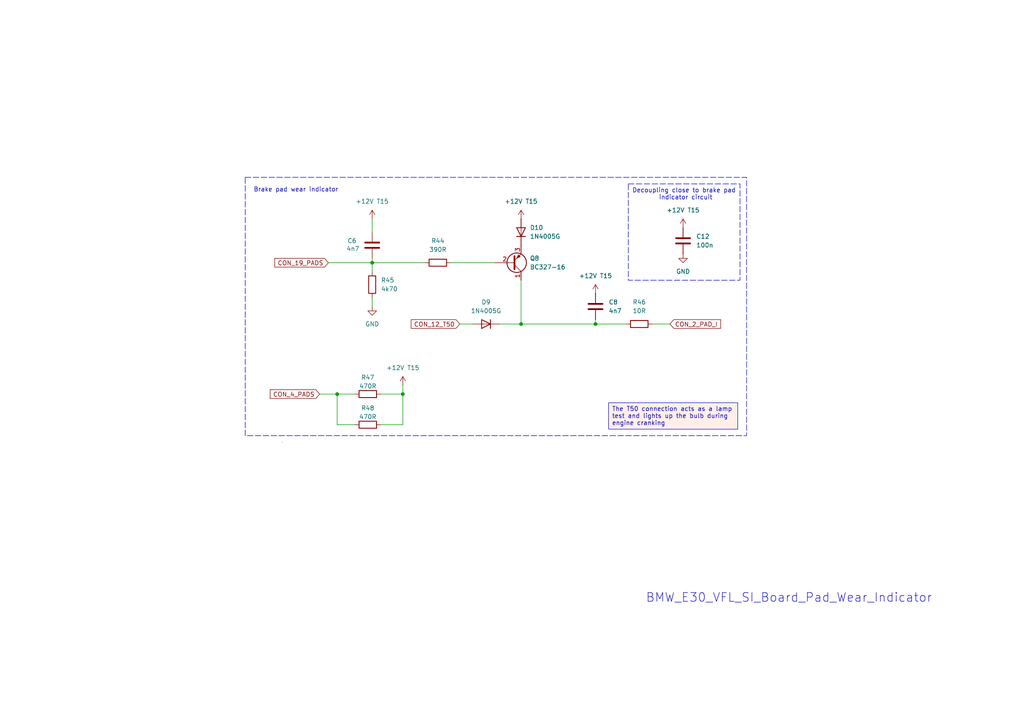
<source format=kicad_sch>
(kicad_sch
	(version 20231120)
	(generator "eeschema")
	(generator_version "8.0")
	(uuid "0aca1cae-b25b-41c5-8f81-283bd5f53ebf")
	(paper "A4")
	(title_block
		(title "BMW E30 Pre-Facelift SI Board")
		(date "2024-06-15")
		(rev "2")
	)
	(lib_symbols
		(symbol "Device:C"
			(pin_numbers hide)
			(pin_names
				(offset 0.254)
			)
			(exclude_from_sim no)
			(in_bom yes)
			(on_board yes)
			(property "Reference" "C"
				(at 0.635 2.54 0)
				(effects
					(font
						(size 1.27 1.27)
					)
					(justify left)
				)
			)
			(property "Value" "C"
				(at 0.635 -2.54 0)
				(effects
					(font
						(size 1.27 1.27)
					)
					(justify left)
				)
			)
			(property "Footprint" ""
				(at 0.9652 -3.81 0)
				(effects
					(font
						(size 1.27 1.27)
					)
					(hide yes)
				)
			)
			(property "Datasheet" "~"
				(at 0 0 0)
				(effects
					(font
						(size 1.27 1.27)
					)
					(hide yes)
				)
			)
			(property "Description" "Unpolarized capacitor"
				(at 0 0 0)
				(effects
					(font
						(size 1.27 1.27)
					)
					(hide yes)
				)
			)
			(property "ki_keywords" "cap capacitor"
				(at 0 0 0)
				(effects
					(font
						(size 1.27 1.27)
					)
					(hide yes)
				)
			)
			(property "ki_fp_filters" "C_*"
				(at 0 0 0)
				(effects
					(font
						(size 1.27 1.27)
					)
					(hide yes)
				)
			)
			(symbol "C_0_1"
				(polyline
					(pts
						(xy -2.032 -0.762) (xy 2.032 -0.762)
					)
					(stroke
						(width 0.508)
						(type default)
					)
					(fill
						(type none)
					)
				)
				(polyline
					(pts
						(xy -2.032 0.762) (xy 2.032 0.762)
					)
					(stroke
						(width 0.508)
						(type default)
					)
					(fill
						(type none)
					)
				)
			)
			(symbol "C_1_1"
				(pin passive line
					(at 0 3.81 270)
					(length 2.794)
					(name "~"
						(effects
							(font
								(size 1.27 1.27)
							)
						)
					)
					(number "1"
						(effects
							(font
								(size 1.27 1.27)
							)
						)
					)
				)
				(pin passive line
					(at 0 -3.81 90)
					(length 2.794)
					(name "~"
						(effects
							(font
								(size 1.27 1.27)
							)
						)
					)
					(number "2"
						(effects
							(font
								(size 1.27 1.27)
							)
						)
					)
				)
			)
		)
		(symbol "Device:R"
			(pin_numbers hide)
			(pin_names
				(offset 0)
			)
			(exclude_from_sim no)
			(in_bom yes)
			(on_board yes)
			(property "Reference" "R"
				(at 2.032 0 90)
				(effects
					(font
						(size 1.27 1.27)
					)
				)
			)
			(property "Value" "R"
				(at 0 0 90)
				(effects
					(font
						(size 1.27 1.27)
					)
				)
			)
			(property "Footprint" ""
				(at -1.778 0 90)
				(effects
					(font
						(size 1.27 1.27)
					)
					(hide yes)
				)
			)
			(property "Datasheet" "~"
				(at 0 0 0)
				(effects
					(font
						(size 1.27 1.27)
					)
					(hide yes)
				)
			)
			(property "Description" "Resistor"
				(at 0 0 0)
				(effects
					(font
						(size 1.27 1.27)
					)
					(hide yes)
				)
			)
			(property "ki_keywords" "R res resistor"
				(at 0 0 0)
				(effects
					(font
						(size 1.27 1.27)
					)
					(hide yes)
				)
			)
			(property "ki_fp_filters" "R_*"
				(at 0 0 0)
				(effects
					(font
						(size 1.27 1.27)
					)
					(hide yes)
				)
			)
			(symbol "R_0_1"
				(rectangle
					(start -1.016 -2.54)
					(end 1.016 2.54)
					(stroke
						(width 0.254)
						(type default)
					)
					(fill
						(type none)
					)
				)
			)
			(symbol "R_1_1"
				(pin passive line
					(at 0 3.81 270)
					(length 1.27)
					(name "~"
						(effects
							(font
								(size 1.27 1.27)
							)
						)
					)
					(number "1"
						(effects
							(font
								(size 1.27 1.27)
							)
						)
					)
				)
				(pin passive line
					(at 0 -3.81 90)
					(length 1.27)
					(name "~"
						(effects
							(font
								(size 1.27 1.27)
							)
						)
					)
					(number "2"
						(effects
							(font
								(size 1.27 1.27)
							)
						)
					)
				)
			)
		)
		(symbol "Diode:1N4005"
			(pin_numbers hide)
			(pin_names hide)
			(exclude_from_sim no)
			(in_bom yes)
			(on_board yes)
			(property "Reference" "D"
				(at 0 2.54 0)
				(effects
					(font
						(size 1.27 1.27)
					)
				)
			)
			(property "Value" "1N4005"
				(at 0 -2.54 0)
				(effects
					(font
						(size 1.27 1.27)
					)
				)
			)
			(property "Footprint" "Diode_THT:D_DO-41_SOD81_P10.16mm_Horizontal"
				(at 0 -4.445 0)
				(effects
					(font
						(size 1.27 1.27)
					)
					(hide yes)
				)
			)
			(property "Datasheet" "http://www.vishay.com/docs/88503/1n4001.pdf"
				(at 0 0 0)
				(effects
					(font
						(size 1.27 1.27)
					)
					(hide yes)
				)
			)
			(property "Description" "600V 1A General Purpose Rectifier Diode, DO-41"
				(at 0 0 0)
				(effects
					(font
						(size 1.27 1.27)
					)
					(hide yes)
				)
			)
			(property "Sim.Device" "D"
				(at 0 0 0)
				(effects
					(font
						(size 1.27 1.27)
					)
					(hide yes)
				)
			)
			(property "Sim.Pins" "1=K 2=A"
				(at 0 0 0)
				(effects
					(font
						(size 1.27 1.27)
					)
					(hide yes)
				)
			)
			(property "ki_keywords" "diode"
				(at 0 0 0)
				(effects
					(font
						(size 1.27 1.27)
					)
					(hide yes)
				)
			)
			(property "ki_fp_filters" "D*DO?41*"
				(at 0 0 0)
				(effects
					(font
						(size 1.27 1.27)
					)
					(hide yes)
				)
			)
			(symbol "1N4005_0_1"
				(polyline
					(pts
						(xy -1.27 1.27) (xy -1.27 -1.27)
					)
					(stroke
						(width 0.254)
						(type default)
					)
					(fill
						(type none)
					)
				)
				(polyline
					(pts
						(xy 1.27 0) (xy -1.27 0)
					)
					(stroke
						(width 0)
						(type default)
					)
					(fill
						(type none)
					)
				)
				(polyline
					(pts
						(xy 1.27 1.27) (xy 1.27 -1.27) (xy -1.27 0) (xy 1.27 1.27)
					)
					(stroke
						(width 0.254)
						(type default)
					)
					(fill
						(type none)
					)
				)
			)
			(symbol "1N4005_1_1"
				(pin passive line
					(at -3.81 0 0)
					(length 2.54)
					(name "K"
						(effects
							(font
								(size 1.27 1.27)
							)
						)
					)
					(number "1"
						(effects
							(font
								(size 1.27 1.27)
							)
						)
					)
				)
				(pin passive line
					(at 3.81 0 180)
					(length 2.54)
					(name "A"
						(effects
							(font
								(size 1.27 1.27)
							)
						)
					)
					(number "2"
						(effects
							(font
								(size 1.27 1.27)
							)
						)
					)
				)
			)
		)
		(symbol "Transistor_BJT:BC327"
			(pin_names
				(offset 0) hide)
			(exclude_from_sim no)
			(in_bom yes)
			(on_board yes)
			(property "Reference" "Q"
				(at 5.08 1.905 0)
				(effects
					(font
						(size 1.27 1.27)
					)
					(justify left)
				)
			)
			(property "Value" "BC327"
				(at 5.08 0 0)
				(effects
					(font
						(size 1.27 1.27)
					)
					(justify left)
				)
			)
			(property "Footprint" "Package_TO_SOT_THT:TO-92_Inline"
				(at 5.08 -1.905 0)
				(effects
					(font
						(size 1.27 1.27)
						(italic yes)
					)
					(justify left)
					(hide yes)
				)
			)
			(property "Datasheet" "http://www.onsemi.com/pub_link/Collateral/BC327-D.PDF"
				(at 0 0 0)
				(effects
					(font
						(size 1.27 1.27)
					)
					(justify left)
					(hide yes)
				)
			)
			(property "Description" "0.8A Ic, 45V Vce, PNP Transistor, TO-92"
				(at 0 0 0)
				(effects
					(font
						(size 1.27 1.27)
					)
					(hide yes)
				)
			)
			(property "ki_keywords" "PNP Transistor"
				(at 0 0 0)
				(effects
					(font
						(size 1.27 1.27)
					)
					(hide yes)
				)
			)
			(property "ki_fp_filters" "TO?92*"
				(at 0 0 0)
				(effects
					(font
						(size 1.27 1.27)
					)
					(hide yes)
				)
			)
			(symbol "BC327_0_1"
				(polyline
					(pts
						(xy 0.635 0.635) (xy 2.54 2.54)
					)
					(stroke
						(width 0)
						(type default)
					)
					(fill
						(type none)
					)
				)
				(polyline
					(pts
						(xy 0.635 -0.635) (xy 2.54 -2.54) (xy 2.54 -2.54)
					)
					(stroke
						(width 0)
						(type default)
					)
					(fill
						(type none)
					)
				)
				(polyline
					(pts
						(xy 0.635 1.905) (xy 0.635 -1.905) (xy 0.635 -1.905)
					)
					(stroke
						(width 0.508)
						(type default)
					)
					(fill
						(type none)
					)
				)
				(polyline
					(pts
						(xy 2.286 -1.778) (xy 1.778 -2.286) (xy 1.27 -1.27) (xy 2.286 -1.778) (xy 2.286 -1.778)
					)
					(stroke
						(width 0)
						(type default)
					)
					(fill
						(type outline)
					)
				)
				(circle
					(center 1.27 0)
					(radius 2.8194)
					(stroke
						(width 0.254)
						(type default)
					)
					(fill
						(type none)
					)
				)
			)
			(symbol "BC327_1_1"
				(pin passive line
					(at 2.54 5.08 270)
					(length 2.54)
					(name "C"
						(effects
							(font
								(size 1.27 1.27)
							)
						)
					)
					(number "1"
						(effects
							(font
								(size 1.27 1.27)
							)
						)
					)
				)
				(pin input line
					(at -5.08 0 0)
					(length 5.715)
					(name "B"
						(effects
							(font
								(size 1.27 1.27)
							)
						)
					)
					(number "2"
						(effects
							(font
								(size 1.27 1.27)
							)
						)
					)
				)
				(pin passive line
					(at 2.54 -5.08 90)
					(length 2.54)
					(name "E"
						(effects
							(font
								(size 1.27 1.27)
							)
						)
					)
					(number "3"
						(effects
							(font
								(size 1.27 1.27)
							)
						)
					)
				)
			)
		)
		(symbol "power:+12V"
			(power)
			(pin_numbers hide)
			(pin_names
				(offset 0) hide)
			(exclude_from_sim no)
			(in_bom yes)
			(on_board yes)
			(property "Reference" "#PWR"
				(at 0 -3.81 0)
				(effects
					(font
						(size 1.27 1.27)
					)
					(hide yes)
				)
			)
			(property "Value" "+12V"
				(at 0 3.556 0)
				(effects
					(font
						(size 1.27 1.27)
					)
				)
			)
			(property "Footprint" ""
				(at 0 0 0)
				(effects
					(font
						(size 1.27 1.27)
					)
					(hide yes)
				)
			)
			(property "Datasheet" ""
				(at 0 0 0)
				(effects
					(font
						(size 1.27 1.27)
					)
					(hide yes)
				)
			)
			(property "Description" "Power symbol creates a global label with name \"+12V\""
				(at 0 0 0)
				(effects
					(font
						(size 1.27 1.27)
					)
					(hide yes)
				)
			)
			(property "ki_keywords" "global power"
				(at 0 0 0)
				(effects
					(font
						(size 1.27 1.27)
					)
					(hide yes)
				)
			)
			(symbol "+12V_0_1"
				(polyline
					(pts
						(xy -0.762 1.27) (xy 0 2.54)
					)
					(stroke
						(width 0)
						(type default)
					)
					(fill
						(type none)
					)
				)
				(polyline
					(pts
						(xy 0 0) (xy 0 2.54)
					)
					(stroke
						(width 0)
						(type default)
					)
					(fill
						(type none)
					)
				)
				(polyline
					(pts
						(xy 0 2.54) (xy 0.762 1.27)
					)
					(stroke
						(width 0)
						(type default)
					)
					(fill
						(type none)
					)
				)
			)
			(symbol "+12V_1_1"
				(pin power_in line
					(at 0 0 90)
					(length 0)
					(name "~"
						(effects
							(font
								(size 1.27 1.27)
							)
						)
					)
					(number "1"
						(effects
							(font
								(size 1.27 1.27)
							)
						)
					)
				)
			)
		)
		(symbol "power:GND"
			(power)
			(pin_numbers hide)
			(pin_names
				(offset 0) hide)
			(exclude_from_sim no)
			(in_bom yes)
			(on_board yes)
			(property "Reference" "#PWR"
				(at 0 -6.35 0)
				(effects
					(font
						(size 1.27 1.27)
					)
					(hide yes)
				)
			)
			(property "Value" "GND"
				(at 0 -3.81 0)
				(effects
					(font
						(size 1.27 1.27)
					)
				)
			)
			(property "Footprint" ""
				(at 0 0 0)
				(effects
					(font
						(size 1.27 1.27)
					)
					(hide yes)
				)
			)
			(property "Datasheet" ""
				(at 0 0 0)
				(effects
					(font
						(size 1.27 1.27)
					)
					(hide yes)
				)
			)
			(property "Description" "Power symbol creates a global label with name \"GND\" , ground"
				(at 0 0 0)
				(effects
					(font
						(size 1.27 1.27)
					)
					(hide yes)
				)
			)
			(property "ki_keywords" "global power"
				(at 0 0 0)
				(effects
					(font
						(size 1.27 1.27)
					)
					(hide yes)
				)
			)
			(symbol "GND_0_1"
				(polyline
					(pts
						(xy 0 0) (xy 0 -1.27) (xy 1.27 -1.27) (xy 0 -2.54) (xy -1.27 -1.27) (xy 0 -1.27)
					)
					(stroke
						(width 0)
						(type default)
					)
					(fill
						(type none)
					)
				)
			)
			(symbol "GND_1_1"
				(pin power_in line
					(at 0 0 270)
					(length 0)
					(name "~"
						(effects
							(font
								(size 1.27 1.27)
							)
						)
					)
					(number "1"
						(effects
							(font
								(size 1.27 1.27)
							)
						)
					)
				)
			)
		)
	)
	(junction
		(at 151.13 93.98)
		(diameter 0)
		(color 0 0 0 0)
		(uuid "026eeb42-80f3-4c8c-9730-ac527f1b8d34")
	)
	(junction
		(at 97.79 114.3)
		(diameter 0)
		(color 0 0 0 0)
		(uuid "151acea0-a351-4986-890b-7fa28b9a6a60")
	)
	(junction
		(at 107.95 76.2)
		(diameter 0)
		(color 0 0 0 0)
		(uuid "2d25110b-4997-4837-82f7-6ea1a8071e2d")
	)
	(junction
		(at 172.72 93.98)
		(diameter 0)
		(color 0 0 0 0)
		(uuid "557b9f14-02af-4917-b4d4-1cf3ead75008")
	)
	(junction
		(at 116.84 114.3)
		(diameter 0)
		(color 0 0 0 0)
		(uuid "e4276765-9f87-44f3-922a-277f9a32ad6e")
	)
	(wire
		(pts
			(xy 172.72 93.98) (xy 181.61 93.98)
		)
		(stroke
			(width 0)
			(type default)
		)
		(uuid "01ed73d1-29d4-4581-a7b9-fc7011e75099")
	)
	(wire
		(pts
			(xy 110.49 123.19) (xy 116.84 123.19)
		)
		(stroke
			(width 0)
			(type default)
		)
		(uuid "05a39c9c-2811-462a-a379-7fd0415ef58a")
	)
	(wire
		(pts
			(xy 189.23 93.98) (xy 194.31 93.98)
		)
		(stroke
			(width 0)
			(type default)
		)
		(uuid "063d60af-f902-4b64-af16-42999728cf48")
	)
	(wire
		(pts
			(xy 107.95 76.2) (xy 107.95 74.93)
		)
		(stroke
			(width 0)
			(type default)
		)
		(uuid "06db17ea-3b4a-46e0-9bc2-85e82c546d30")
	)
	(wire
		(pts
			(xy 95.25 76.2) (xy 107.95 76.2)
		)
		(stroke
			(width 0)
			(type default)
		)
		(uuid "20255e2c-32d7-45c6-bd50-ddf174db36fe")
	)
	(wire
		(pts
			(xy 97.79 114.3) (xy 102.87 114.3)
		)
		(stroke
			(width 0)
			(type default)
		)
		(uuid "22ef74d4-8a64-446e-9d02-75972a02382e")
	)
	(wire
		(pts
			(xy 116.84 114.3) (xy 116.84 111.76)
		)
		(stroke
			(width 0)
			(type default)
		)
		(uuid "26c797d2-0ddc-49cf-b36f-d0625853559e")
	)
	(wire
		(pts
			(xy 107.95 76.2) (xy 123.19 76.2)
		)
		(stroke
			(width 0)
			(type default)
		)
		(uuid "2ef5669f-4a9f-46b8-bdc0-cb33b2b9d659")
	)
	(wire
		(pts
			(xy 151.13 81.28) (xy 151.13 93.98)
		)
		(stroke
			(width 0)
			(type default)
		)
		(uuid "3f5f9274-f774-41c4-a6ba-0c6060e6d7ea")
	)
	(wire
		(pts
			(xy 97.79 114.3) (xy 97.79 123.19)
		)
		(stroke
			(width 0)
			(type default)
		)
		(uuid "493f4482-245e-480a-856f-7de926aefd77")
	)
	(wire
		(pts
			(xy 116.84 123.19) (xy 116.84 114.3)
		)
		(stroke
			(width 0)
			(type default)
		)
		(uuid "5046f822-76ec-43a2-825d-377359df51f6")
	)
	(wire
		(pts
			(xy 144.78 93.98) (xy 151.13 93.98)
		)
		(stroke
			(width 0)
			(type default)
		)
		(uuid "63d5ef55-5979-4791-a344-a3deec7e1d68")
	)
	(wire
		(pts
			(xy 107.95 76.2) (xy 107.95 78.74)
		)
		(stroke
			(width 0)
			(type default)
		)
		(uuid "7051c20a-6a57-4585-9085-b79d60e9d903")
	)
	(wire
		(pts
			(xy 110.49 114.3) (xy 116.84 114.3)
		)
		(stroke
			(width 0)
			(type default)
		)
		(uuid "71d1c85e-a006-46eb-acb5-9e52027c2923")
	)
	(wire
		(pts
			(xy 97.79 114.3) (xy 92.71 114.3)
		)
		(stroke
			(width 0)
			(type default)
		)
		(uuid "85afff52-6bc8-46ba-917d-d0aea6c324b3")
	)
	(wire
		(pts
			(xy 151.13 93.98) (xy 172.72 93.98)
		)
		(stroke
			(width 0)
			(type default)
		)
		(uuid "949735f6-ba20-4006-ad7d-cd0f2f7cb504")
	)
	(wire
		(pts
			(xy 172.72 92.71) (xy 172.72 93.98)
		)
		(stroke
			(width 0)
			(type default)
		)
		(uuid "9fef201f-aace-4f5a-9839-c9bc710fb41f")
	)
	(wire
		(pts
			(xy 107.95 67.31) (xy 107.95 63.5)
		)
		(stroke
			(width 0)
			(type default)
		)
		(uuid "a0cdb047-f3e0-408c-83eb-1b9c9dcad87a")
	)
	(wire
		(pts
			(xy 130.81 76.2) (xy 143.51 76.2)
		)
		(stroke
			(width 0)
			(type default)
		)
		(uuid "ad9013bb-b32e-4437-af0b-80689694d384")
	)
	(wire
		(pts
			(xy 133.35 93.98) (xy 137.16 93.98)
		)
		(stroke
			(width 0)
			(type default)
		)
		(uuid "cc5d3a57-4dc3-4b3e-8739-ba447c880104")
	)
	(wire
		(pts
			(xy 107.95 86.36) (xy 107.95 88.9)
		)
		(stroke
			(width 0)
			(type default)
		)
		(uuid "cf9b7a64-0530-45cf-983f-940f0ca87793")
	)
	(wire
		(pts
			(xy 97.79 123.19) (xy 102.87 123.19)
		)
		(stroke
			(width 0)
			(type default)
		)
		(uuid "dcbabc6c-dc00-4822-98f2-4c36df13a951")
	)
	(rectangle
		(start 182.245 53.34)
		(end 214.63 81.28)
		(stroke
			(width 0)
			(type dash)
		)
		(fill
			(type none)
		)
		(uuid 31a30267-b363-4883-9154-a383f7ac663f)
	)
	(rectangle
		(start 81.915 128.27)
		(end 81.915 128.27)
		(stroke
			(width 0)
			(type default)
		)
		(fill
			(type none)
		)
		(uuid 5682fd66-a99c-4020-9356-c58ab2f9f7be)
	)
	(rectangle
		(start 71.12 51.435)
		(end 216.535 126.365)
		(stroke
			(width 0)
			(type dash)
		)
		(fill
			(type none)
		)
		(uuid 817e03ac-7b21-446f-a89e-8e88791bf662)
	)
	(text_box "The T50 connection acts as a lamp test and lights up the bulb during engine cranking"
		(exclude_from_sim no)
		(at 176.53 116.84 0)
		(size 37.465 7.62)
		(stroke
			(width 0)
			(type default)
		)
		(fill
			(type color)
			(color 255 239 232 1)
		)
		(effects
			(font
				(size 1.27 1.27)
			)
			(justify left top)
		)
		(uuid "de69d039-4967-44ee-944f-bc85916e0f76")
	)
	(text "BMW_E30_VFL_SI_Board_Pad_Wear_Indicator"
		(exclude_from_sim no)
		(at 228.854 173.482 0)
		(effects
			(font
				(size 2.54 2.54)
			)
		)
		(uuid "4adc95d5-1554-42c1-b2e7-549b0b467232")
	)
	(text "Brake pad wear indicator"
		(exclude_from_sim no)
		(at 85.852 55.118 0)
		(effects
			(font
				(size 1.27 1.27)
			)
		)
		(uuid "9060bdef-6818-48ba-a7e4-932b4c64f64e")
	)
	(text "Decoupling close to brake pad \nindicator circuit"
		(exclude_from_sim no)
		(at 198.882 56.388 0)
		(effects
			(font
				(size 1.27 1.27)
			)
		)
		(uuid "a64a4091-36a2-4ac9-a836-bc4c1b2d37d4")
	)
	(global_label "CON_2_PAD_I"
		(shape input)
		(at 194.31 93.98 0)
		(fields_autoplaced yes)
		(effects
			(font
				(size 1.27 1.27)
			)
			(justify left)
		)
		(uuid "02740e25-da00-4f6a-9d60-eaefa2a9bff3")
		(property "Intersheetrefs" "${INTERSHEET_REFS}"
			(at 209.5719 93.98 0)
			(effects
				(font
					(size 1.27 1.27)
				)
				(justify left)
				(hide yes)
			)
		)
	)
	(global_label "CON_4_PADS"
		(shape input)
		(at 92.71 114.3 180)
		(fields_autoplaced yes)
		(effects
			(font
				(size 1.27 1.27)
			)
			(justify right)
		)
		(uuid "a681f6b8-4f60-4f3c-8aff-d82be0391a4c")
		(property "Intersheetrefs" "${INTERSHEET_REFS}"
			(at 77.811 114.3 0)
			(effects
				(font
					(size 1.27 1.27)
				)
				(justify right)
				(hide yes)
			)
		)
	)
	(global_label "CON_12_T50"
		(shape input)
		(at 133.35 93.98 180)
		(fields_autoplaced yes)
		(effects
			(font
				(size 1.27 1.27)
			)
			(justify right)
		)
		(uuid "d84e3cb8-9861-4d8a-bdac-a6c8faa6c06e")
		(property "Intersheetrefs" "${INTERSHEET_REFS}"
			(at 118.693 93.98 0)
			(effects
				(font
					(size 1.27 1.27)
				)
				(justify right)
				(hide yes)
			)
		)
	)
	(global_label "CON_19_PADS"
		(shape input)
		(at 95.25 76.2 180)
		(fields_autoplaced yes)
		(effects
			(font
				(size 1.27 1.27)
			)
			(justify right)
		)
		(uuid "d8d4e3f2-c403-4f1a-a162-fabe57c38ab7")
		(property "Intersheetrefs" "${INTERSHEET_REFS}"
			(at 79.1415 76.2 0)
			(effects
				(font
					(size 1.27 1.27)
				)
				(justify right)
				(hide yes)
			)
		)
	)
	(symbol
		(lib_id "power:+12V")
		(at 116.84 111.76 0)
		(unit 1)
		(exclude_from_sim no)
		(in_bom yes)
		(on_board yes)
		(dnp no)
		(fields_autoplaced yes)
		(uuid "0849b647-c4cb-40eb-af57-23633d876e25")
		(property "Reference" "#PWR036"
			(at 116.84 115.57 0)
			(effects
				(font
					(size 1.27 1.27)
				)
				(hide yes)
			)
		)
		(property "Value" "+12V T15"
			(at 116.84 106.68 0)
			(effects
				(font
					(size 1.27 1.27)
				)
			)
		)
		(property "Footprint" ""
			(at 116.84 111.76 0)
			(effects
				(font
					(size 1.27 1.27)
				)
				(hide yes)
			)
		)
		(property "Datasheet" ""
			(at 116.84 111.76 0)
			(effects
				(font
					(size 1.27 1.27)
				)
				(hide yes)
			)
		)
		(property "Description" "Power symbol creates a global label with name \"+12V\""
			(at 116.84 111.76 0)
			(effects
				(font
					(size 1.27 1.27)
				)
				(hide yes)
			)
		)
		(pin "1"
			(uuid "fea53f85-cd1e-4356-a1a1-7140ee5e7593")
		)
		(instances
			(project "BMW E30 VFL SI Board V2"
				(path "/b9f8b657-f23f-4f46-b33b-c9c07ea00dca/06cb897c-0efb-438a-95e3-30e073586624"
					(reference "#PWR036")
					(unit 1)
				)
			)
		)
	)
	(symbol
		(lib_id "power:+12V")
		(at 198.12 66.04 0)
		(unit 1)
		(exclude_from_sim no)
		(in_bom yes)
		(on_board yes)
		(dnp no)
		(fields_autoplaced yes)
		(uuid "20c7fd1b-05cf-491b-ae20-2a0310540594")
		(property "Reference" "#PWR040"
			(at 198.12 69.85 0)
			(effects
				(font
					(size 1.27 1.27)
				)
				(hide yes)
			)
		)
		(property "Value" "+12V T15"
			(at 198.12 60.96 0)
			(effects
				(font
					(size 1.27 1.27)
				)
			)
		)
		(property "Footprint" ""
			(at 198.12 66.04 0)
			(effects
				(font
					(size 1.27 1.27)
				)
				(hide yes)
			)
		)
		(property "Datasheet" ""
			(at 198.12 66.04 0)
			(effects
				(font
					(size 1.27 1.27)
				)
				(hide yes)
			)
		)
		(property "Description" "Power symbol creates a global label with name \"+12V\""
			(at 198.12 66.04 0)
			(effects
				(font
					(size 1.27 1.27)
				)
				(hide yes)
			)
		)
		(pin "1"
			(uuid "ea8a9fba-beea-4319-91ec-cf2b71711c76")
		)
		(instances
			(project "BMW E30 VFL SI Board V2"
				(path "/b9f8b657-f23f-4f46-b33b-c9c07ea00dca/06cb897c-0efb-438a-95e3-30e073586624"
					(reference "#PWR040")
					(unit 1)
				)
			)
		)
	)
	(symbol
		(lib_id "power:+12V")
		(at 172.72 85.09 0)
		(unit 1)
		(exclude_from_sim no)
		(in_bom yes)
		(on_board yes)
		(dnp no)
		(fields_autoplaced yes)
		(uuid "26c4b366-3cbd-4006-bb60-7b3d16bb9080")
		(property "Reference" "#PWR039"
			(at 172.72 88.9 0)
			(effects
				(font
					(size 1.27 1.27)
				)
				(hide yes)
			)
		)
		(property "Value" "+12V T15"
			(at 172.72 80.01 0)
			(effects
				(font
					(size 1.27 1.27)
				)
			)
		)
		(property "Footprint" ""
			(at 172.72 85.09 0)
			(effects
				(font
					(size 1.27 1.27)
				)
				(hide yes)
			)
		)
		(property "Datasheet" ""
			(at 172.72 85.09 0)
			(effects
				(font
					(size 1.27 1.27)
				)
				(hide yes)
			)
		)
		(property "Description" "Power symbol creates a global label with name \"+12V\""
			(at 172.72 85.09 0)
			(effects
				(font
					(size 1.27 1.27)
				)
				(hide yes)
			)
		)
		(pin "1"
			(uuid "bd82e072-a4e0-4d10-a99b-9015a986383a")
		)
		(instances
			(project "BMW E30 VFL SI Board V2"
				(path "/b9f8b657-f23f-4f46-b33b-c9c07ea00dca/06cb897c-0efb-438a-95e3-30e073586624"
					(reference "#PWR039")
					(unit 1)
				)
			)
		)
	)
	(symbol
		(lib_id "power:GND")
		(at 107.95 88.9 0)
		(unit 1)
		(exclude_from_sim no)
		(in_bom yes)
		(on_board yes)
		(dnp no)
		(fields_autoplaced yes)
		(uuid "2c4eeafb-3a9d-491e-9e0f-30036086737d")
		(property "Reference" "#PWR013"
			(at 107.95 95.25 0)
			(effects
				(font
					(size 1.27 1.27)
				)
				(hide yes)
			)
		)
		(property "Value" "GND"
			(at 107.95 93.98 0)
			(effects
				(font
					(size 1.27 1.27)
				)
			)
		)
		(property "Footprint" ""
			(at 107.95 88.9 0)
			(effects
				(font
					(size 1.27 1.27)
				)
				(hide yes)
			)
		)
		(property "Datasheet" ""
			(at 107.95 88.9 0)
			(effects
				(font
					(size 1.27 1.27)
				)
				(hide yes)
			)
		)
		(property "Description" "Power symbol creates a global label with name \"GND\" , ground"
			(at 107.95 88.9 0)
			(effects
				(font
					(size 1.27 1.27)
				)
				(hide yes)
			)
		)
		(pin "1"
			(uuid "e6aef076-0569-4c63-ba3d-2ce58c719de8")
		)
		(instances
			(project "BMW E30 VFL SI Board V2"
				(path "/b9f8b657-f23f-4f46-b33b-c9c07ea00dca/06cb897c-0efb-438a-95e3-30e073586624"
					(reference "#PWR013")
					(unit 1)
				)
			)
		)
	)
	(symbol
		(lib_id "Device:R")
		(at 185.42 93.98 270)
		(unit 1)
		(exclude_from_sim no)
		(in_bom yes)
		(on_board yes)
		(dnp no)
		(fields_autoplaced yes)
		(uuid "43a58189-1e43-4520-8cae-2f63cea7fa83")
		(property "Reference" "R46"
			(at 185.42 87.63 90)
			(effects
				(font
					(size 1.27 1.27)
				)
			)
		)
		(property "Value" "10R"
			(at 185.42 90.17 90)
			(effects
				(font
					(size 1.27 1.27)
				)
			)
		)
		(property "Footprint" "Footprint_Library_Custom:R_Axial_DIN0207_L6.3mm_D2.5mm_P10.16mm_Horizontal"
			(at 185.42 92.202 90)
			(effects
				(font
					(size 1.27 1.27)
				)
				(hide yes)
			)
		)
		(property "Datasheet" "~"
			(at 185.42 93.98 0)
			(effects
				(font
					(size 1.27 1.27)
				)
				(hide yes)
			)
		)
		(property "Description" "Resistor"
			(at 185.42 93.98 0)
			(effects
				(font
					(size 1.27 1.27)
				)
				(hide yes)
			)
		)
		(pin "2"
			(uuid "8dff99f5-516d-4717-b1a7-e59fea4e029b")
		)
		(pin "1"
			(uuid "2c2b7ee9-1078-4158-b3f8-207c248fae30")
		)
		(instances
			(project "BMW E30 VFL SI Board V2"
				(path "/b9f8b657-f23f-4f46-b33b-c9c07ea00dca/06cb897c-0efb-438a-95e3-30e073586624"
					(reference "R46")
					(unit 1)
				)
			)
		)
	)
	(symbol
		(lib_id "Device:R")
		(at 106.68 123.19 90)
		(unit 1)
		(exclude_from_sim no)
		(in_bom yes)
		(on_board yes)
		(dnp no)
		(uuid "67e15556-a7f8-433a-88f1-0e2ab3e30df3")
		(property "Reference" "R48"
			(at 106.68 118.364 90)
			(effects
				(font
					(size 1.27 1.27)
				)
			)
		)
		(property "Value" "470R"
			(at 106.68 120.904 90)
			(effects
				(font
					(size 1.27 1.27)
				)
			)
		)
		(property "Footprint" "Footprint_Library_Custom:R_Axial_DIN0309_L9.0mm_D3.2mm_P15.24mm_Horizontal"
			(at 106.68 124.968 90)
			(effects
				(font
					(size 1.27 1.27)
				)
				(hide yes)
			)
		)
		(property "Datasheet" "~"
			(at 106.68 123.19 0)
			(effects
				(font
					(size 1.27 1.27)
				)
				(hide yes)
			)
		)
		(property "Description" "Resistor"
			(at 106.68 123.19 0)
			(effects
				(font
					(size 1.27 1.27)
				)
				(hide yes)
			)
		)
		(pin "2"
			(uuid "cdf1089a-1302-4654-a8f9-67dd30027b2e")
		)
		(pin "1"
			(uuid "551156e4-75c1-45c2-8a68-73fbac547df5")
		)
		(instances
			(project "BMW E30 VFL SI Board V2"
				(path "/b9f8b657-f23f-4f46-b33b-c9c07ea00dca/06cb897c-0efb-438a-95e3-30e073586624"
					(reference "R48")
					(unit 1)
				)
			)
		)
	)
	(symbol
		(lib_id "Device:R")
		(at 127 76.2 270)
		(unit 1)
		(exclude_from_sim no)
		(in_bom yes)
		(on_board yes)
		(dnp no)
		(fields_autoplaced yes)
		(uuid "72d2ff4d-9cab-4bc9-ab9a-27a3298a982a")
		(property "Reference" "R44"
			(at 127 69.85 90)
			(effects
				(font
					(size 1.27 1.27)
				)
			)
		)
		(property "Value" "390R"
			(at 127 72.39 90)
			(effects
				(font
					(size 1.27 1.27)
				)
			)
		)
		(property "Footprint" "Footprint_Library_Custom:R_Axial_DIN0309_L9.0mm_D3.2mm_P15.24mm_Horizontal"
			(at 127 74.422 90)
			(effects
				(font
					(size 1.27 1.27)
				)
				(hide yes)
			)
		)
		(property "Datasheet" "~"
			(at 127 76.2 0)
			(effects
				(font
					(size 1.27 1.27)
				)
				(hide yes)
			)
		)
		(property "Description" "Resistor"
			(at 127 76.2 0)
			(effects
				(font
					(size 1.27 1.27)
				)
				(hide yes)
			)
		)
		(pin "2"
			(uuid "ebf7faca-924e-46f8-b53b-4f66e0f13e96")
		)
		(pin "1"
			(uuid "37a57ee6-70b6-419d-9f7b-e52e2dcf919b")
		)
		(instances
			(project "BMW E30 VFL SI Board V2"
				(path "/b9f8b657-f23f-4f46-b33b-c9c07ea00dca/06cb897c-0efb-438a-95e3-30e073586624"
					(reference "R44")
					(unit 1)
				)
			)
		)
	)
	(symbol
		(lib_id "power:+12V")
		(at 151.13 63.5 0)
		(unit 1)
		(exclude_from_sim no)
		(in_bom yes)
		(on_board yes)
		(dnp no)
		(fields_autoplaced yes)
		(uuid "76a95287-f563-422a-a853-91de62dc3916")
		(property "Reference" "#PWR038"
			(at 151.13 67.31 0)
			(effects
				(font
					(size 1.27 1.27)
				)
				(hide yes)
			)
		)
		(property "Value" "+12V T15"
			(at 151.13 58.42 0)
			(effects
				(font
					(size 1.27 1.27)
				)
			)
		)
		(property "Footprint" ""
			(at 151.13 63.5 0)
			(effects
				(font
					(size 1.27 1.27)
				)
				(hide yes)
			)
		)
		(property "Datasheet" ""
			(at 151.13 63.5 0)
			(effects
				(font
					(size 1.27 1.27)
				)
				(hide yes)
			)
		)
		(property "Description" "Power symbol creates a global label with name \"+12V\""
			(at 151.13 63.5 0)
			(effects
				(font
					(size 1.27 1.27)
				)
				(hide yes)
			)
		)
		(pin "1"
			(uuid "304fa1d9-7e6d-4b7e-a8dd-05f2e1a07fbc")
		)
		(instances
			(project "BMW E30 VFL SI Board V2"
				(path "/b9f8b657-f23f-4f46-b33b-c9c07ea00dca/06cb897c-0efb-438a-95e3-30e073586624"
					(reference "#PWR038")
					(unit 1)
				)
			)
		)
	)
	(symbol
		(lib_id "Device:R")
		(at 107.95 82.55 0)
		(unit 1)
		(exclude_from_sim no)
		(in_bom yes)
		(on_board yes)
		(dnp no)
		(fields_autoplaced yes)
		(uuid "8a52050b-286a-48eb-a004-ea1d9df032b0")
		(property "Reference" "R45"
			(at 110.49 81.2799 0)
			(effects
				(font
					(size 1.27 1.27)
				)
				(justify left)
			)
		)
		(property "Value" "4k70"
			(at 110.49 83.8199 0)
			(effects
				(font
					(size 1.27 1.27)
				)
				(justify left)
			)
		)
		(property "Footprint" "Footprint_Library_Custom:R_Axial_DIN0207_L6.3mm_D2.5mm_P10.16mm_Horizontal"
			(at 106.172 82.55 90)
			(effects
				(font
					(size 1.27 1.27)
				)
				(hide yes)
			)
		)
		(property "Datasheet" "~"
			(at 107.95 82.55 0)
			(effects
				(font
					(size 1.27 1.27)
				)
				(hide yes)
			)
		)
		(property "Description" "Resistor"
			(at 107.95 82.55 0)
			(effects
				(font
					(size 1.27 1.27)
				)
				(hide yes)
			)
		)
		(pin "2"
			(uuid "0da6ac04-31cb-46c4-ac98-52d04de4fd78")
		)
		(pin "1"
			(uuid "ed04ca6d-0ae9-4198-9a4e-103e8cdb8aaf")
		)
		(instances
			(project "BMW E30 VFL SI Board V2"
				(path "/b9f8b657-f23f-4f46-b33b-c9c07ea00dca/06cb897c-0efb-438a-95e3-30e073586624"
					(reference "R45")
					(unit 1)
				)
			)
		)
	)
	(symbol
		(lib_id "Device:C")
		(at 172.72 88.9 180)
		(unit 1)
		(exclude_from_sim no)
		(in_bom yes)
		(on_board yes)
		(dnp no)
		(fields_autoplaced yes)
		(uuid "9242b354-e570-45e2-a1b9-1d33f09ee139")
		(property "Reference" "C8"
			(at 176.53 87.6299 0)
			(effects
				(font
					(size 1.27 1.27)
				)
				(justify right)
			)
		)
		(property "Value" "4n7"
			(at 176.53 90.1699 0)
			(effects
				(font
					(size 1.27 1.27)
				)
				(justify right)
			)
		)
		(property "Footprint" "Capacitor_THT:C_Disc_D8.0mm_W2.5mm_P5.00mm"
			(at 171.7548 85.09 0)
			(effects
				(font
					(size 1.27 1.27)
				)
				(hide yes)
			)
		)
		(property "Datasheet" "~"
			(at 172.72 88.9 0)
			(effects
				(font
					(size 1.27 1.27)
				)
				(hide yes)
			)
		)
		(property "Description" "Unpolarized capacitor"
			(at 172.72 88.9 0)
			(effects
				(font
					(size 1.27 1.27)
				)
				(hide yes)
			)
		)
		(pin "2"
			(uuid "9b0c79a4-f980-45ae-9296-58ddf7e5edb0")
		)
		(pin "1"
			(uuid "1ffbb35f-c66d-4c69-9359-61b3318ad826")
		)
		(instances
			(project "BMW E30 VFL SI Board V2"
				(path "/b9f8b657-f23f-4f46-b33b-c9c07ea00dca/06cb897c-0efb-438a-95e3-30e073586624"
					(reference "C8")
					(unit 1)
				)
			)
		)
	)
	(symbol
		(lib_id "Device:R")
		(at 106.68 114.3 90)
		(unit 1)
		(exclude_from_sim no)
		(in_bom yes)
		(on_board yes)
		(dnp no)
		(uuid "988217eb-726c-457f-8175-3cba9eec3940")
		(property "Reference" "R47"
			(at 106.68 109.474 90)
			(effects
				(font
					(size 1.27 1.27)
				)
			)
		)
		(property "Value" "470R"
			(at 106.68 112.014 90)
			(effects
				(font
					(size 1.27 1.27)
				)
			)
		)
		(property "Footprint" "Footprint_Library_Custom:R_Axial_DIN0309_L9.0mm_D3.2mm_P15.24mm_Horizontal"
			(at 106.68 116.078 90)
			(effects
				(font
					(size 1.27 1.27)
				)
				(hide yes)
			)
		)
		(property "Datasheet" "~"
			(at 106.68 114.3 0)
			(effects
				(font
					(size 1.27 1.27)
				)
				(hide yes)
			)
		)
		(property "Description" "Resistor"
			(at 106.68 114.3 0)
			(effects
				(font
					(size 1.27 1.27)
				)
				(hide yes)
			)
		)
		(pin "2"
			(uuid "74262194-d740-495f-afd6-55ad504bb288")
		)
		(pin "1"
			(uuid "bbfc4a50-f733-43d8-92bf-ea838f6c33b7")
		)
		(instances
			(project "BMW E30 VFL SI Board V2"
				(path "/b9f8b657-f23f-4f46-b33b-c9c07ea00dca/06cb897c-0efb-438a-95e3-30e073586624"
					(reference "R47")
					(unit 1)
				)
			)
		)
	)
	(symbol
		(lib_id "Diode:1N4005")
		(at 140.97 93.98 180)
		(unit 1)
		(exclude_from_sim no)
		(in_bom yes)
		(on_board yes)
		(dnp no)
		(fields_autoplaced yes)
		(uuid "a3183fba-a65e-4889-ae46-86932cefbf7e")
		(property "Reference" "D9"
			(at 140.97 87.63 0)
			(effects
				(font
					(size 1.27 1.27)
				)
			)
		)
		(property "Value" "1N4005G"
			(at 140.97 90.17 0)
			(effects
				(font
					(size 1.27 1.27)
				)
			)
		)
		(property "Footprint" "Footprint_Library_Custom:D_DO-41_SOD81_P12.70mm_Horizontal"
			(at 140.97 89.535 0)
			(effects
				(font
					(size 1.27 1.27)
				)
				(hide yes)
			)
		)
		(property "Datasheet" "http://www.vishay.com/docs/88503/1n4001.pdf"
			(at 140.97 93.98 0)
			(effects
				(font
					(size 1.27 1.27)
				)
				(hide yes)
			)
		)
		(property "Description" "600V 1A General Purpose Rectifier Diode, DO-41"
			(at 140.97 93.98 0)
			(effects
				(font
					(size 1.27 1.27)
				)
				(hide yes)
			)
		)
		(property "Sim.Device" "D"
			(at 140.97 93.98 0)
			(effects
				(font
					(size 1.27 1.27)
				)
				(hide yes)
			)
		)
		(property "Sim.Pins" "1=K 2=A"
			(at 140.97 93.98 0)
			(effects
				(font
					(size 1.27 1.27)
				)
				(hide yes)
			)
		)
		(pin "2"
			(uuid "f48f0749-edee-46dd-8d80-2a15aecd04e4")
		)
		(pin "1"
			(uuid "53d8e1b6-f84e-449b-978f-b49418e129fa")
		)
		(instances
			(project "BMW E30 VFL SI Board V2"
				(path "/b9f8b657-f23f-4f46-b33b-c9c07ea00dca/06cb897c-0efb-438a-95e3-30e073586624"
					(reference "D9")
					(unit 1)
				)
			)
		)
	)
	(symbol
		(lib_id "Transistor_BJT:BC327")
		(at 148.59 76.2 0)
		(mirror x)
		(unit 1)
		(exclude_from_sim no)
		(in_bom yes)
		(on_board yes)
		(dnp no)
		(uuid "ae9df11b-b026-40b8-8862-3f7fd9bb7ffa")
		(property "Reference" "Q8"
			(at 153.67 74.9299 0)
			(effects
				(font
					(size 1.27 1.27)
				)
				(justify left)
			)
		)
		(property "Value" "BC327-16"
			(at 153.67 77.4699 0)
			(effects
				(font
					(size 1.27 1.27)
				)
				(justify left)
			)
		)
		(property "Footprint" "Package_TO_SOT_THT:TO-92_Inline_Wide"
			(at 153.67 74.295 0)
			(effects
				(font
					(size 1.27 1.27)
					(italic yes)
				)
				(justify left)
				(hide yes)
			)
		)
		(property "Datasheet" "http://www.onsemi.com/pub_link/Collateral/BC327-D.PDF"
			(at 148.59 76.2 0)
			(effects
				(font
					(size 1.27 1.27)
				)
				(justify left)
				(hide yes)
			)
		)
		(property "Description" "0.8A Ic, 45V Vce, PNP Transistor, TO-92"
			(at 148.59 76.2 0)
			(effects
				(font
					(size 1.27 1.27)
				)
				(hide yes)
			)
		)
		(pin "2"
			(uuid "be103a70-7ee3-47d3-ab38-1701733324b8")
		)
		(pin "3"
			(uuid "513748eb-1437-437f-bee4-169cde9eec7c")
		)
		(pin "1"
			(uuid "73d708c7-93ee-4ba7-8d63-ea5db3306282")
		)
		(instances
			(project "BMW E30 VFL SI Board V2"
				(path "/b9f8b657-f23f-4f46-b33b-c9c07ea00dca/06cb897c-0efb-438a-95e3-30e073586624"
					(reference "Q8")
					(unit 1)
				)
			)
		)
	)
	(symbol
		(lib_id "power:GND")
		(at 198.12 73.66 0)
		(unit 1)
		(exclude_from_sim no)
		(in_bom yes)
		(on_board yes)
		(dnp no)
		(fields_autoplaced yes)
		(uuid "b1d9c82b-2616-469a-a42a-4da5a12dcd8c")
		(property "Reference" "#PWR041"
			(at 198.12 80.01 0)
			(effects
				(font
					(size 1.27 1.27)
				)
				(hide yes)
			)
		)
		(property "Value" "GND"
			(at 198.12 78.74 0)
			(effects
				(font
					(size 1.27 1.27)
				)
			)
		)
		(property "Footprint" ""
			(at 198.12 73.66 0)
			(effects
				(font
					(size 1.27 1.27)
				)
				(hide yes)
			)
		)
		(property "Datasheet" ""
			(at 198.12 73.66 0)
			(effects
				(font
					(size 1.27 1.27)
				)
				(hide yes)
			)
		)
		(property "Description" "Power symbol creates a global label with name \"GND\" , ground"
			(at 198.12 73.66 0)
			(effects
				(font
					(size 1.27 1.27)
				)
				(hide yes)
			)
		)
		(pin "1"
			(uuid "60e56bb7-3f15-4b5a-a949-0b44d7f47da5")
		)
		(instances
			(project "BMW E30 VFL SI Board V2"
				(path "/b9f8b657-f23f-4f46-b33b-c9c07ea00dca/06cb897c-0efb-438a-95e3-30e073586624"
					(reference "#PWR041")
					(unit 1)
				)
			)
		)
	)
	(symbol
		(lib_id "Diode:1N4005")
		(at 151.13 67.31 90)
		(unit 1)
		(exclude_from_sim no)
		(in_bom yes)
		(on_board yes)
		(dnp no)
		(fields_autoplaced yes)
		(uuid "c6a0832b-b359-4843-b97e-ef36a1b021b0")
		(property "Reference" "D10"
			(at 153.67 66.0399 90)
			(effects
				(font
					(size 1.27 1.27)
				)
				(justify right)
			)
		)
		(property "Value" "1N4005G"
			(at 153.67 68.5799 90)
			(effects
				(font
					(size 1.27 1.27)
				)
				(justify right)
			)
		)
		(property "Footprint" "Footprint_Library_Custom:D_DO-41_SOD81_P12.70mm_Horizontal"
			(at 155.575 67.31 0)
			(effects
				(font
					(size 1.27 1.27)
				)
				(hide yes)
			)
		)
		(property "Datasheet" "http://www.vishay.com/docs/88503/1n4001.pdf"
			(at 151.13 67.31 0)
			(effects
				(font
					(size 1.27 1.27)
				)
				(hide yes)
			)
		)
		(property "Description" "600V 1A General Purpose Rectifier Diode, DO-41"
			(at 151.13 67.31 0)
			(effects
				(font
					(size 1.27 1.27)
				)
				(hide yes)
			)
		)
		(property "Sim.Device" "D"
			(at 151.13 67.31 0)
			(effects
				(font
					(size 1.27 1.27)
				)
				(hide yes)
			)
		)
		(property "Sim.Pins" "1=K 2=A"
			(at 151.13 67.31 0)
			(effects
				(font
					(size 1.27 1.27)
				)
				(hide yes)
			)
		)
		(pin "2"
			(uuid "6a16a736-feec-4378-a510-421c68f8384e")
		)
		(pin "1"
			(uuid "6f8519d8-bcd8-45d1-9215-cfa4b51d73de")
		)
		(instances
			(project "BMW E30 VFL SI Board V2"
				(path "/b9f8b657-f23f-4f46-b33b-c9c07ea00dca/06cb897c-0efb-438a-95e3-30e073586624"
					(reference "D10")
					(unit 1)
				)
			)
		)
	)
	(symbol
		(lib_id "Device:C")
		(at 198.12 69.85 0)
		(unit 1)
		(exclude_from_sim no)
		(in_bom yes)
		(on_board yes)
		(dnp no)
		(fields_autoplaced yes)
		(uuid "d2469461-17b1-4738-bbe6-01802ec0aa6b")
		(property "Reference" "C12"
			(at 201.93 68.5799 0)
			(effects
				(font
					(size 1.27 1.27)
				)
				(justify left)
			)
		)
		(property "Value" "100n"
			(at 201.93 71.1199 0)
			(effects
				(font
					(size 1.27 1.27)
				)
				(justify left)
			)
		)
		(property "Footprint" "Capacitor_THT:C_Rect_L7.0mm_W2.5mm_P5.00mm"
			(at 199.0852 73.66 0)
			(effects
				(font
					(size 1.27 1.27)
				)
				(hide yes)
			)
		)
		(property "Datasheet" "~"
			(at 198.12 69.85 0)
			(effects
				(font
					(size 1.27 1.27)
				)
				(hide yes)
			)
		)
		(property "Description" "Unpolarized capacitor"
			(at 198.12 69.85 0)
			(effects
				(font
					(size 1.27 1.27)
				)
				(hide yes)
			)
		)
		(pin "2"
			(uuid "26399404-2785-4a96-8e7a-7b63c138dbe3")
		)
		(pin "1"
			(uuid "76cbecec-89cf-41dc-853c-5fba4276dbea")
		)
		(instances
			(project "BMW E30 VFL SI Board V2"
				(path "/b9f8b657-f23f-4f46-b33b-c9c07ea00dca/06cb897c-0efb-438a-95e3-30e073586624"
					(reference "C12")
					(unit 1)
				)
			)
		)
	)
	(symbol
		(lib_id "Device:C")
		(at 107.95 71.12 180)
		(unit 1)
		(exclude_from_sim no)
		(in_bom yes)
		(on_board yes)
		(dnp no)
		(uuid "e591d26a-6dbd-4433-9bd1-546dc22f05a1")
		(property "Reference" "C6"
			(at 102.108 69.85 0)
			(effects
				(font
					(size 1.27 1.27)
				)
			)
		)
		(property "Value" "4n7"
			(at 102.362 72.136 0)
			(effects
				(font
					(size 1.27 1.27)
				)
			)
		)
		(property "Footprint" "Capacitor_THT:C_Disc_D8.0mm_W2.5mm_P5.00mm"
			(at 106.9848 67.31 0)
			(effects
				(font
					(size 1.27 1.27)
				)
				(hide yes)
			)
		)
		(property "Datasheet" "~"
			(at 107.95 71.12 0)
			(effects
				(font
					(size 1.27 1.27)
				)
				(hide yes)
			)
		)
		(property "Description" "Unpolarized capacitor"
			(at 107.95 71.12 0)
			(effects
				(font
					(size 1.27 1.27)
				)
				(hide yes)
			)
		)
		(pin "2"
			(uuid "3ce9d954-e60f-40ea-896d-a5ae4d2c8bf3")
		)
		(pin "1"
			(uuid "33f2c42a-6c52-4f61-add9-ebda8ce93aab")
		)
		(instances
			(project "BMW E30 VFL SI Board V2"
				(path "/b9f8b657-f23f-4f46-b33b-c9c07ea00dca/06cb897c-0efb-438a-95e3-30e073586624"
					(reference "C6")
					(unit 1)
				)
			)
		)
	)
	(symbol
		(lib_id "power:+12V")
		(at 107.95 63.5 0)
		(unit 1)
		(exclude_from_sim no)
		(in_bom yes)
		(on_board yes)
		(dnp no)
		(fields_autoplaced yes)
		(uuid "f226a52d-11df-41e7-9ca6-e0b231c3c7fe")
		(property "Reference" "#PWR08"
			(at 107.95 67.31 0)
			(effects
				(font
					(size 1.27 1.27)
				)
				(hide yes)
			)
		)
		(property "Value" "+12V T15"
			(at 107.95 58.42 0)
			(effects
				(font
					(size 1.27 1.27)
				)
			)
		)
		(property "Footprint" ""
			(at 107.95 63.5 0)
			(effects
				(font
					(size 1.27 1.27)
				)
				(hide yes)
			)
		)
		(property "Datasheet" ""
			(at 107.95 63.5 0)
			(effects
				(font
					(size 1.27 1.27)
				)
				(hide yes)
			)
		)
		(property "Description" "Power symbol creates a global label with name \"+12V\""
			(at 107.95 63.5 0)
			(effects
				(font
					(size 1.27 1.27)
				)
				(hide yes)
			)
		)
		(pin "1"
			(uuid "7db2fe92-2bf7-4587-a0fc-b37e1566156d")
		)
		(instances
			(project "BMW E30 VFL SI Board V2"
				(path "/b9f8b657-f23f-4f46-b33b-c9c07ea00dca/06cb897c-0efb-438a-95e3-30e073586624"
					(reference "#PWR08")
					(unit 1)
				)
			)
		)
	)
)
</source>
